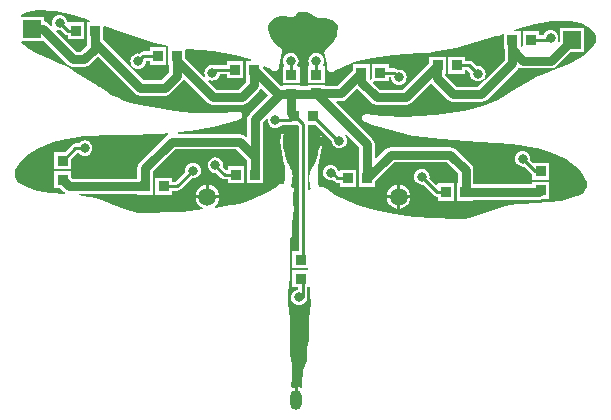
<source format=gbl>
G04 Layer_Physical_Order=2*
G04 Layer_Color=16711680*
%FSLAX25Y25*%
%MOIN*%
G70*
G01*
G75*
%ADD12R,0.03740X0.03543*%
%ADD13C,0.01000*%
%ADD14C,0.05906*%
%ADD15R,0.05906X0.05906*%
%ADD16O,0.03937X0.06693*%
%ADD17C,0.03150*%
%ADD18R,0.03543X0.03740*%
%ADD19C,0.03000*%
G36*
X-61079Y132077D02*
X-61071Y132076D01*
X-61064Y132072D01*
X-48507Y127757D01*
X-48440Y127748D01*
X-48379Y127720D01*
X-42580Y126383D01*
X-42535Y125902D01*
X-42535D01*
Y120161D01*
X-42313D01*
Y117394D01*
X-44855Y114852D01*
X-50814D01*
X-64068Y128105D01*
X-64256Y128528D01*
Y132779D01*
X-63847Y133067D01*
X-61079Y132077D01*
D02*
G37*
G36*
X-36184Y125404D02*
X-27757Y124613D01*
X-20512Y123405D01*
X-15435Y122042D01*
X-15045Y121862D01*
X-15152Y121374D01*
X-16846D01*
Y115634D01*
X-16624D01*
Y114245D01*
X-19068Y111801D01*
X-26503D01*
X-29391Y114689D01*
X-29108Y115113D01*
X-28625Y114913D01*
X-27953Y114824D01*
X-27281Y114913D01*
X-26654Y115172D01*
X-26116Y115585D01*
X-25704Y116123D01*
X-25444Y116749D01*
X-25414Y116974D01*
X-23146D01*
Y115634D01*
X-17602D01*
Y121374D01*
X-23146D01*
Y120033D01*
X-27067D01*
X-27465Y119954D01*
X-27953Y120018D01*
X-28625Y119930D01*
X-29251Y119670D01*
X-29789Y119258D01*
X-30202Y118720D01*
X-30461Y118093D01*
X-30550Y117421D01*
X-30461Y116749D01*
X-30261Y116266D01*
X-30685Y115983D01*
X-36992Y122290D01*
Y125100D01*
X-36625Y125439D01*
X-36184Y125404D01*
D02*
G37*
G36*
X-84039Y128134D02*
Y128134D01*
X-83689Y127821D01*
X-76015Y120146D01*
X-75188Y119594D01*
X-74213Y119400D01*
X-70571D01*
X-69595Y119594D01*
X-68769Y120146D01*
X-66043Y122872D01*
X-53672Y110501D01*
X-52846Y109948D01*
X-51870Y109754D01*
X-43799D01*
X-42824Y109948D01*
X-41997Y110501D01*
X-37961Y114536D01*
X-37639Y115020D01*
X-36995Y115083D01*
X-29362Y107450D01*
X-28534Y106897D01*
X-27559Y106703D01*
X-18012D01*
X-17036Y106897D01*
X-16209Y107450D01*
X-12272Y111387D01*
X-11871Y111988D01*
X-11272Y112097D01*
X-9215Y110039D01*
X-15484Y103771D01*
X-16036Y102944D01*
X-16230Y101969D01*
Y96177D01*
X-16692Y95986D01*
X-16997Y96291D01*
X-17824Y96843D01*
X-18799Y97037D01*
X-39434D01*
X-39456Y97537D01*
X-35399Y97891D01*
X-35328Y97912D01*
X-35254Y97912D01*
X-27784Y99442D01*
X-27750Y99456D01*
X-27713Y99458D01*
X-20456Y101381D01*
X-20433Y101392D01*
X-20409Y101395D01*
X-19220Y101759D01*
X-19183Y101779D01*
X-19142Y101786D01*
X-18868Y101890D01*
X-18805Y101929D01*
X-18733Y101950D01*
X-18666Y101985D01*
X-18568Y102063D01*
X-18458Y102120D01*
X-18430Y102142D01*
X-18348Y102239D01*
X-18277Y102296D01*
X-18276Y102298D01*
X-18257Y102313D01*
X-18225Y102368D01*
X-18205Y102386D01*
X-18183Y102430D01*
X-18120Y102502D01*
X-18114Y102512D01*
X-18112Y102518D01*
X-18108Y102523D01*
X-18073Y102634D01*
X-18009Y102745D01*
X-18002Y102800D01*
X-17986Y102833D01*
X-17982Y102902D01*
X-17954Y102983D01*
X-17963Y103112D01*
X-17946Y103239D01*
X-17947Y103248D01*
X-17958Y103288D01*
X-17955Y103330D01*
X-17982Y103408D01*
X-17987Y103481D01*
X-18039Y103588D01*
X-18078Y103728D01*
X-18103Y103762D01*
X-18117Y103802D01*
X-18180Y103872D01*
X-18207Y103927D01*
X-18284Y103995D01*
X-18286Y103998D01*
X-18294Y104012D01*
X-18302Y104018D01*
X-18383Y104122D01*
X-18419Y104143D01*
X-18447Y104175D01*
X-18462Y104187D01*
X-18552Y104231D01*
X-18581Y104256D01*
X-18627Y104271D01*
X-18687Y104318D01*
X-18760Y104338D01*
X-18815Y104370D01*
X-18842Y104373D01*
X-18903Y104403D01*
X-18927Y104410D01*
X-19049Y104418D01*
X-19167Y104451D01*
X-19261Y104458D01*
X-19373Y104444D01*
X-19484Y104455D01*
X-21513Y104248D01*
X-21566Y104232D01*
X-23820Y103984D01*
X-25420Y103914D01*
X-29659Y103887D01*
X-34364Y104071D01*
X-40283Y104739D01*
X-47863Y105860D01*
X-52168Y106674D01*
X-55129Y107426D01*
X-57316Y108172D01*
X-59174Y108966D01*
X-61518Y110180D01*
X-63412Y111274D01*
X-65369Y112565D01*
X-66264Y113165D01*
X-66829Y113560D01*
X-66896Y113589D01*
X-74186Y118152D01*
X-74755Y118555D01*
X-74819Y118584D01*
X-74873Y118629D01*
X-75319Y118877D01*
X-75340Y118884D01*
X-75358Y118898D01*
X-77491Y119989D01*
X-77538Y120003D01*
X-77578Y120030D01*
X-80037Y121063D01*
X-82102Y122020D01*
X-82114Y122028D01*
X-86180Y123798D01*
X-89070Y125508D01*
X-90782Y126797D01*
X-91707Y127634D01*
X-91515Y128134D01*
X-84039D01*
X-84039Y128134D01*
D02*
G37*
G36*
X-42526Y96767D02*
X-43239Y96291D01*
X-52196Y87334D01*
X-52749Y86507D01*
X-52943Y85532D01*
Y82496D01*
X-53165D01*
Y82175D01*
X-74535D01*
X-74886Y82526D01*
Y84563D01*
X-80626D01*
Y79020D01*
X-78589D01*
X-77393Y77824D01*
X-76976Y77545D01*
X-77144Y77056D01*
X-81559Y77373D01*
X-84058Y77647D01*
X-87248Y78397D01*
X-90457Y79719D01*
X-92243Y80810D01*
X-92935Y81446D01*
X-93323Y82063D01*
X-93709Y82960D01*
X-93835Y83782D01*
X-93818Y84200D01*
X-93576Y84969D01*
X-93097Y85868D01*
X-92386Y86981D01*
X-91556Y88070D01*
X-90561Y89156D01*
X-89627Y89947D01*
X-86491Y92106D01*
X-83428Y93459D01*
X-80867Y94377D01*
X-77912Y95158D01*
X-76783Y95384D01*
X-74283Y95762D01*
X-70875Y96191D01*
X-67577Y96477D01*
X-63627Y96656D01*
X-60731Y96684D01*
X-57498D01*
X-57291Y96725D01*
X-44936Y97061D01*
X-44898Y97070D01*
X-44859Y97065D01*
X-42697Y97254D01*
X-42526Y96767D01*
D02*
G37*
G36*
X-80034Y138060D02*
X-74348Y136767D01*
X-71129Y135766D01*
X-71114Y135747D01*
X-70918Y135640D01*
X-70726Y135526D01*
X-68585Y134760D01*
X-68670Y134268D01*
X-69799D01*
Y128528D01*
X-69577D01*
Y126548D01*
X-71627Y124498D01*
X-73157D01*
X-79949Y131290D01*
X-79666Y131714D01*
X-79515Y131652D01*
X-78842Y131563D01*
X-78461Y131613D01*
X-77164Y130316D01*
X-76668Y129985D01*
X-76098Y129871D01*
Y128528D01*
X-70555D01*
Y134268D01*
X-76098D01*
X-76314Y134679D01*
X-76334Y134832D01*
X-76593Y135459D01*
X-77006Y135996D01*
X-77544Y136409D01*
X-78170Y136669D01*
X-78842Y136757D01*
X-79515Y136669D01*
X-80141Y136409D01*
X-80679Y135996D01*
X-81091Y135459D01*
X-81351Y134832D01*
X-81439Y134160D01*
X-81351Y133488D01*
X-81288Y133336D01*
X-81712Y133053D01*
X-82548Y133889D01*
X-83375Y134442D01*
X-84039Y134574D01*
Y136039D01*
X-91713D01*
X-91829Y136539D01*
X-89778Y137541D01*
X-86345Y138307D01*
X-80034Y138060D01*
D02*
G37*
G36*
X2661Y137594D02*
X2686Y137598D01*
X2711Y137593D01*
X3876D01*
X4403Y137456D01*
X4980Y137168D01*
X5250Y136976D01*
X5513Y136719D01*
X5638Y136536D01*
X5945Y136336D01*
X6055Y136264D01*
X6055Y136264D01*
X6055Y136264D01*
X7027Y135874D01*
X7034Y135873D01*
X7041Y135869D01*
X7278Y135827D01*
X7516Y135782D01*
X7524Y135784D01*
X7531Y135783D01*
X9987Y135839D01*
X12632Y134803D01*
X13963Y133241D01*
X13655Y129795D01*
X11913Y127120D01*
X10730Y126007D01*
X10250Y125627D01*
X10216Y125586D01*
X10170Y125557D01*
X9847Y125254D01*
X9709Y125062D01*
X9568Y124872D01*
X9565Y124859D01*
X9557Y124849D01*
X9503Y124619D01*
X9445Y124390D01*
X9428Y124070D01*
X9464Y123827D01*
X9498Y123582D01*
X9709Y122982D01*
X10210Y120255D01*
X10247Y119585D01*
X10266Y119513D01*
X10264Y119439D01*
X10364Y118858D01*
X10438Y118665D01*
X10498Y118467D01*
X10527Y118434D01*
X10542Y118393D01*
X10684Y118243D01*
X10816Y118084D01*
X10971Y117958D01*
X11040Y117921D01*
X11096Y117868D01*
X11258Y117806D01*
X11411Y117725D01*
X11489Y117718D01*
X11561Y117690D01*
X11734Y117694D01*
X11907Y117678D01*
X11981Y117701D01*
X12059Y117703D01*
X12345Y117768D01*
X12498Y117836D01*
X12637Y117875D01*
X16428Y119792D01*
X20187Y121346D01*
X25313Y122509D01*
X32600Y123434D01*
X41059Y123895D01*
X41069Y123897D01*
X41078Y123896D01*
X45042Y124169D01*
X45116Y124189D01*
X45192Y124189D01*
X53327Y125733D01*
X53389Y125758D01*
X53456Y125765D01*
X66597Y129713D01*
X67256D01*
X67745Y129811D01*
X68159Y130087D01*
X68483Y130412D01*
X68872Y130535D01*
X69276Y130239D01*
Y125476D01*
X69498D01*
Y121627D01*
X62883Y115012D01*
X62507Y115342D01*
X62879Y115828D01*
X63139Y116454D01*
X63227Y117126D01*
X63139Y117798D01*
X62879Y118424D01*
X62466Y118962D01*
X61928Y119375D01*
X61302Y119634D01*
X60630Y119723D01*
X60246Y119673D01*
X58857Y121062D01*
X58361Y121393D01*
X57776Y121510D01*
X56315D01*
Y122850D01*
X50772D01*
Y117110D01*
X56315D01*
Y118451D01*
X57142D01*
X58083Y117510D01*
X58033Y117126D01*
X58121Y116454D01*
X58381Y115828D01*
X58794Y115290D01*
X59331Y114877D01*
X59958Y114618D01*
X60630Y114529D01*
X61302Y114618D01*
X61928Y114877D01*
X62414Y115249D01*
X62744Y114873D01*
X60657Y112785D01*
X53418D01*
X49596Y116607D01*
Y117110D01*
X50016D01*
Y122850D01*
X44472D01*
Y120814D01*
X35460Y111801D01*
X27926D01*
X25676Y114051D01*
X25883Y114551D01*
X30823D01*
Y115892D01*
X31662D01*
X31743Y115273D01*
X32003Y114646D01*
X32416Y114109D01*
X32954Y113696D01*
X33580Y113436D01*
X34252Y113348D01*
X34924Y113436D01*
X35550Y113696D01*
X36088Y114109D01*
X36501Y114646D01*
X36761Y115273D01*
X36849Y115945D01*
X36761Y116617D01*
X36501Y117243D01*
X36088Y117781D01*
X35550Y118194D01*
X34924Y118453D01*
X34252Y118542D01*
X33868Y118491D01*
X33857Y118503D01*
X33361Y118834D01*
X32776Y118951D01*
X30823D01*
Y120291D01*
X25280D01*
Y115365D01*
X24785Y115142D01*
X24524Y115345D01*
Y120291D01*
X18980D01*
Y118254D01*
X13806Y113081D01*
X9563D01*
Y113303D01*
X3823D01*
Y112982D01*
X1295D01*
Y113205D01*
X-4445D01*
Y112982D01*
X-4948D01*
X-11130Y119164D01*
X-11105Y119417D01*
X-10576Y119695D01*
X-8514Y118549D01*
X-8032Y118279D01*
X-7881Y118230D01*
X-7739Y118160D01*
X-7456Y118085D01*
X-7379Y118079D01*
X-7305Y118054D01*
X-7132Y118063D01*
X-6959Y118052D01*
X-6886Y118077D01*
X-6808Y118081D01*
X-6652Y118156D01*
X-6487Y118212D01*
X-6429Y118263D01*
X-6359Y118297D01*
X-6199Y118416D01*
X-6062Y118570D01*
X-5914Y118714D01*
X-5896Y118754D01*
X-5867Y118787D01*
X-5799Y118982D01*
X-5717Y119172D01*
X-5594Y119749D01*
X-5593Y119823D01*
X-5572Y119894D01*
X-5509Y120562D01*
X-4901Y123267D01*
X-4668Y123859D01*
X-4624Y124101D01*
X-4579Y124344D01*
X-4583Y124664D01*
X-4632Y124895D01*
X-4677Y125127D01*
X-4684Y125138D01*
X-4687Y125151D01*
X-4820Y125346D01*
X-4950Y125543D01*
X-5262Y125859D01*
X-5446Y125984D01*
X-5625Y126117D01*
X-5651Y126123D01*
X-5674Y126138D01*
X-5841Y126173D01*
X-7598Y128111D01*
X-8352Y129100D01*
X-9308Y131916D01*
X-9266Y133014D01*
X-8970Y133782D01*
X-8053Y134940D01*
X-6918Y135634D01*
X-5192Y136315D01*
X-3572Y136252D01*
X-2178Y135907D01*
X-2048Y135901D01*
X-1921Y135871D01*
X-1556Y135856D01*
X-1410Y135880D01*
X-1263Y135879D01*
X-1167Y135918D01*
X-1064Y135934D01*
X-938Y136012D01*
X-802Y136068D01*
X-728Y136141D01*
X-640Y136195D01*
X-553Y136314D01*
X-448Y136418D01*
X-168Y136834D01*
X100Y137076D01*
X377Y137258D01*
X966Y137523D01*
X1498Y137639D01*
X2661Y137594D01*
D02*
G37*
G36*
X95078Y133929D02*
X97376Y132693D01*
X98539Y131755D01*
X99572Y130466D01*
X99949Y129625D01*
X100048Y128764D01*
X99870Y127640D01*
X99435Y126680D01*
X97958Y125073D01*
X95662Y123154D01*
X93901Y121933D01*
X90946Y120337D01*
X86814Y118727D01*
X86814Y118727D01*
X86813Y118727D01*
X80882Y116413D01*
X80818Y116372D01*
X80745Y116350D01*
X76560Y114119D01*
X76533Y114097D01*
X76500Y114086D01*
X72048Y111399D01*
X72034Y111387D01*
X72018Y111380D01*
X71020Y110741D01*
X67246Y108507D01*
X62251Y106189D01*
X55927Y104572D01*
X46421Y103360D01*
X36122Y102715D01*
X29342Y102891D01*
X25549Y103330D01*
X23545Y103614D01*
X23434Y103607D01*
X23323Y103626D01*
X23228Y103622D01*
X23110Y103595D01*
X22987Y103591D01*
X22963Y103585D01*
X22900Y103557D01*
X22873Y103555D01*
X22817Y103526D01*
X22743Y103509D01*
X22682Y103464D01*
X22636Y103451D01*
X22606Y103426D01*
X22514Y103386D01*
X22498Y103375D01*
X22469Y103344D01*
X22431Y103325D01*
X22347Y103223D01*
X22339Y103218D01*
X22331Y103204D01*
X22328Y103202D01*
X22249Y103137D01*
X22219Y103083D01*
X22154Y103015D01*
X22139Y102975D01*
X22112Y102943D01*
X22068Y102804D01*
X22011Y102699D01*
X22003Y102626D01*
X21974Y102550D01*
X21975Y102508D01*
X21962Y102468D01*
X21961Y102459D01*
X21972Y102331D01*
X21959Y102204D01*
X21984Y102121D01*
X21985Y102052D01*
X22000Y102018D01*
X22005Y101963D01*
X22064Y101849D01*
X22095Y101738D01*
X22099Y101733D01*
X22101Y101726D01*
X22106Y101716D01*
X22166Y101642D01*
X22186Y101596D01*
X22206Y101578D01*
X22235Y101521D01*
X22254Y101506D01*
X22255Y101504D01*
X22323Y101445D01*
X22401Y101345D01*
X22428Y101321D01*
X22537Y101260D01*
X22631Y101178D01*
X22697Y101141D01*
X22768Y101117D01*
X22829Y101075D01*
X23099Y100961D01*
X23140Y100952D01*
X23176Y100931D01*
X24350Y100520D01*
X24374Y100517D01*
X24396Y100505D01*
X31573Y98300D01*
X31610Y98296D01*
X31643Y98281D01*
X39048Y96461D01*
X39122Y96457D01*
X39192Y96434D01*
X48613Y95239D01*
X48651Y95242D01*
X48689Y95232D01*
X61026Y94413D01*
X61066Y94403D01*
X67349Y94097D01*
X71289Y93764D01*
X74574Y93349D01*
X77963Y92787D01*
X80446Y92312D01*
X81566Y92042D01*
X84488Y91146D01*
X87011Y90128D01*
X90018Y88657D01*
X93068Y86377D01*
X93970Y85550D01*
X94922Y84426D01*
X95709Y83306D01*
X96376Y82166D01*
X96819Y81249D01*
X97031Y80470D01*
Y80052D01*
X96874Y79237D01*
X96453Y78355D01*
X96042Y77754D01*
X95325Y77145D01*
X93820Y76304D01*
X93720Y76312D01*
X93609Y76276D01*
X93492Y76264D01*
X88211Y74634D01*
X79812Y73951D01*
X75483Y73684D01*
X73234Y73554D01*
X73202Y73546D01*
X73170Y73549D01*
X71869Y73408D01*
X71818Y73392D01*
X71764Y73392D01*
X69647Y72984D01*
X69614Y72971D01*
X69579Y72969D01*
X67633Y72484D01*
X67572Y72455D01*
X67505Y72445D01*
X64542Y71367D01*
X64540Y71366D01*
X64538Y71365D01*
X61827Y70370D01*
X61826Y70369D01*
X61826Y70369D01*
X59801Y69624D01*
X58053Y69108D01*
X55653Y68632D01*
X53466Y68535D01*
X45826Y68870D01*
X39257Y69477D01*
X33099Y70315D01*
X26399Y71662D01*
X21465Y73037D01*
X17194Y74689D01*
X13111Y76770D01*
X10180Y78650D01*
X9608Y79173D01*
X9418Y79288D01*
X9235Y79410D01*
X9207Y79416D01*
X9182Y79431D01*
X8962Y79464D01*
X8747Y79507D01*
X7892D01*
X7529Y79823D01*
X7454Y80292D01*
X7271Y85200D01*
X7262Y85567D01*
X7259Y85695D01*
X7259Y85696D01*
X7357Y86184D01*
X8654Y92625D01*
X8674Y93253D01*
D01*
X8743Y95424D01*
X8758Y95907D01*
X8771Y96317D01*
X8019Y96470D01*
X8066Y96283D01*
X8066Y96282D01*
X8066Y96281D01*
X8070Y96268D01*
X8159Y95866D01*
X8242Y95392D01*
X8242D01*
X8278Y95163D01*
X8282Y94665D01*
Y94017D01*
X8279Y93958D01*
X8260Y93556D01*
X8260Y93554D01*
X8178Y93365D01*
X8178D01*
X8178Y93365D01*
Y93365D01*
X7989Y92932D01*
X7924Y92784D01*
X7729Y92355D01*
X7512Y92071D01*
X7365Y91840D01*
Y90633D01*
X7365D01*
X7365Y90627D01*
X7364Y90616D01*
X7363Y90605D01*
X7362Y90595D01*
X7361Y90589D01*
X7253Y89972D01*
X7253D01*
X7253Y89971D01*
X7253Y89968D01*
X7252Y89966D01*
X7251Y89963D01*
X7251Y89962D01*
X7140Y89455D01*
X7140D01*
X7139Y89451D01*
X7137Y89441D01*
X7134Y89432D01*
X7131Y89423D01*
X6604Y88058D01*
X6601Y88050D01*
X6598Y88043D01*
X6594Y88035D01*
X5862Y86693D01*
X5474Y85902D01*
X5257Y85460D01*
X5257D01*
X5257Y85460D01*
X5256Y85460D01*
X5256Y85460D01*
X5256Y85459D01*
X5115Y85202D01*
X5038Y85062D01*
X5019Y85021D01*
X4749Y84438D01*
X4553Y83697D01*
X4414Y82915D01*
Y81819D01*
X4536Y80846D01*
X4778Y79608D01*
X5016Y78773D01*
X4397Y78298D01*
X3901Y78524D01*
X3897Y78529D01*
Y100083D01*
X6416D01*
X11897Y94602D01*
X11961Y94116D01*
X12220Y93490D01*
X12633Y92952D01*
X13171Y92539D01*
X13797Y92280D01*
X14469Y92191D01*
X15141Y92280D01*
X15768Y92539D01*
X16306Y92952D01*
X16718Y93490D01*
X16978Y94116D01*
X17066Y94788D01*
X16978Y95460D01*
X16718Y96087D01*
X16364Y96549D01*
X16740Y96879D01*
X21073Y92546D01*
Y85154D01*
X20850D01*
Y79413D01*
X26394D01*
Y81450D01*
X32552Y87608D01*
X50421D01*
X53947Y84082D01*
Y80528D01*
X53528D01*
Y74787D01*
X59071D01*
Y75108D01*
X80905D01*
X81881Y75302D01*
X82141Y75476D01*
X84366D01*
Y81020D01*
X78626D01*
Y80207D01*
X59071D01*
Y80528D01*
X59045D01*
Y85138D01*
X58851Y86113D01*
X58298Y86940D01*
X53279Y91960D01*
X52452Y92512D01*
X51476Y92707D01*
X31496D01*
X30521Y92512D01*
X29694Y91960D01*
X26633Y88899D01*
X26171Y89091D01*
Y93602D01*
X25977Y94578D01*
X25424Y95405D01*
X13309Y107521D01*
X13500Y107983D01*
X14862D01*
X15838Y108177D01*
X16665Y108729D01*
X20226Y112291D01*
X25068Y107450D01*
X25895Y106897D01*
X26870Y106703D01*
X36516D01*
X37491Y106897D01*
X38318Y107450D01*
X44715Y113846D01*
X45212Y113797D01*
X45245Y113749D01*
X50560Y108434D01*
X51387Y107881D01*
X52362Y107687D01*
X61713D01*
X62688Y107881D01*
X63515Y108434D01*
X73850Y118769D01*
X74301Y119443D01*
X74812Y119102D01*
X75787Y118908D01*
X84941D01*
X85916Y119102D01*
X86743Y119654D01*
X91581Y124492D01*
X95882D01*
Y132398D01*
X87976D01*
Y128097D01*
X87575Y127695D01*
X87151Y127979D01*
X87351Y128462D01*
X87440Y129134D01*
X87351Y129806D01*
X87092Y130432D01*
X86679Y130970D01*
X86141Y131383D01*
X85515Y131642D01*
X84842Y131731D01*
X84170Y131642D01*
X83544Y131383D01*
X83006Y130970D01*
X82593Y130432D01*
X82363Y129876D01*
X81118D01*
Y131217D01*
X75575D01*
Y126191D01*
X75080Y125969D01*
X74819Y126172D01*
Y131217D01*
X72668D01*
X72592Y131711D01*
X75905Y132758D01*
X79629Y133758D01*
X85361Y134828D01*
X91678D01*
X95078Y133929D01*
D02*
G37*
G36*
X-9445Y101893D02*
X-9487Y101575D01*
X-9398Y100903D01*
X-9139Y100276D01*
X-8726Y99738D01*
X-8188Y99326D01*
X-7562Y99066D01*
X-6890Y98978D01*
X-6218Y99066D01*
X-5591Y99326D01*
X-5053Y99738D01*
X-4818Y100045D01*
X-1969D01*
X-1781Y100083D01*
X466D01*
X838Y99711D01*
Y57890D01*
X-1197D01*
Y52346D01*
X3967D01*
X4067Y52008D01*
X3728Y51591D01*
X-1197D01*
Y46047D01*
X673D01*
Y45076D01*
X312Y45028D01*
X-314Y44769D01*
X-852Y44356D01*
X-1265Y43818D01*
X-1524Y43192D01*
X-1613Y42520D01*
X-1524Y41848D01*
X-1265Y41221D01*
X-852Y40683D01*
X-314Y40271D01*
X312Y40011D01*
X984Y39923D01*
X1656Y40011D01*
X2283Y40271D01*
X2821Y40683D01*
X3233Y41221D01*
X3493Y41848D01*
X3530Y42133D01*
X3616Y42261D01*
X3732Y42846D01*
Y46047D01*
X4543D01*
X4694Y45610D01*
X4813Y44182D01*
X4813Y42150D01*
X4817Y42128D01*
X4817Y40269D01*
X4652Y38278D01*
X4323Y35085D01*
X4327Y35045D01*
X4318Y35004D01*
X4202Y32059D01*
X4211Y32004D01*
X4203Y31949D01*
X4340Y29039D01*
X4285Y28562D01*
Y28562D01*
X4187Y28103D01*
X3989Y27176D01*
X3730Y25223D01*
X3699Y21214D01*
X2300Y18380D01*
X2292Y18348D01*
X2273Y18322D01*
X2228Y18109D01*
X2171Y17899D01*
X2175Y17866D01*
X2169Y17835D01*
X2115Y14413D01*
X2118Y14397D01*
X2115Y14380D01*
X2134Y12490D01*
X1687Y12267D01*
X1595Y12337D01*
X873Y12636D01*
X598Y12672D01*
Y8366D01*
X-402D01*
Y12672D01*
X-677Y12636D01*
X-1181Y12427D01*
X-1661Y12728D01*
X-1413Y16135D01*
X-1416Y16156D01*
X-1411Y16177D01*
X-1242Y20494D01*
X-1243Y20501D01*
X-1242Y20507D01*
X-1281Y20740D01*
X-1320Y20986D01*
X-1324Y20991D01*
X-1325Y20998D01*
X-1518Y21506D01*
X-1593Y21810D01*
X-1624Y21877D01*
X-1636Y21949D01*
X-1781Y22342D01*
X-1925Y23183D01*
X-2070Y24104D01*
X-2122Y25442D01*
X-2091Y28771D01*
X-1935Y32093D01*
X-1943Y32148D01*
X-1934Y32203D01*
X-2049Y35149D01*
X-2059Y35189D01*
X-2055Y35230D01*
X-2384Y38423D01*
X-2549Y40413D01*
X-2549Y42445D01*
X-2549Y44477D01*
X-2384Y46467D01*
X-2055Y49661D01*
X-2059Y49701D01*
X-2049Y49741D01*
X-1934Y52687D01*
X-1943Y52742D01*
X-1935Y52797D01*
X-2091Y56119D01*
X-2122Y59448D01*
X-2070Y60786D01*
X-1925Y61707D01*
X-1781Y62548D01*
X-1681Y62819D01*
X-1482Y63035D01*
X-1310Y63502D01*
X-1330Y64000D01*
X-1392Y64257D01*
X-1365Y64944D01*
X-1369Y64969D01*
X-1364Y64994D01*
Y66193D01*
X-1353Y66250D01*
X-1299Y66429D01*
X-919Y70258D01*
X-630Y71393D01*
X-628Y71424D01*
X-616Y71452D01*
X-615Y71671D01*
X-603Y71890D01*
X-614Y71919D01*
X-613Y71950D01*
X-981Y73853D01*
X-1051Y74025D01*
X-1082Y74201D01*
X-1135Y75565D01*
X-1014Y76472D01*
X-877Y77084D01*
X-655Y77897D01*
X-643Y78067D01*
X-610Y78234D01*
X-625Y78313D01*
X-620Y78394D01*
X-673Y78555D01*
X-707Y78722D01*
X-752Y78789D01*
X-777Y78866D01*
X-889Y78995D01*
X-984Y79136D01*
X-973Y79147D01*
X-1683Y79692D01*
X-1669Y79734D01*
X-1379Y80961D01*
X-1218Y81929D01*
X-1175Y83024D01*
X-1284Y83811D01*
X-1451Y84559D01*
X-1715Y85194D01*
X-1917Y85598D01*
X-1918Y85600D01*
X-1920Y85603D01*
X-1921Y85606D01*
X-1922Y85609D01*
X-2475Y86855D01*
X-2954Y87822D01*
X-3158Y88238D01*
X-3304Y88659D01*
X-3485Y89191D01*
X-3635Y89629D01*
X-3715Y90065D01*
X-3736Y90182D01*
X-3798Y90637D01*
X-3821Y90808D01*
X-3804Y90908D01*
X-3795Y90957D01*
X-3865Y91290D01*
X-4197Y92879D01*
X-4197Y92879D01*
X-4239Y93362D01*
X-4443Y95854D01*
X-4443Y95854D01*
X-4358Y96318D01*
X-4307Y96511D01*
X-4307Y96511D01*
X-4305Y96516D01*
X-4303Y96524D01*
X-4303Y96525D01*
X-4117Y97167D01*
X-5023Y96902D01*
X-5164Y96100D01*
X-5214Y94822D01*
X-5111Y92860D01*
X-4667Y90308D01*
X-4429Y89212D01*
X-4323Y88722D01*
X-4235Y88241D01*
X-3812Y85929D01*
X-3807Y85899D01*
X-3729Y85455D01*
X-3729Y85455D01*
X-3717Y84978D01*
X-3658Y82809D01*
X-3658Y82806D01*
X-3658Y82803D01*
Y82798D01*
X-3659Y82789D01*
X-3659Y82780D01*
X-3660Y82772D01*
X-3661Y82767D01*
X-3842Y81409D01*
X-3843Y81402D01*
X-3846Y81388D01*
X-3849Y81374D01*
X-3853Y81361D01*
X-3856Y81354D01*
X-4169Y80492D01*
X-4244Y80502D01*
Y80487D01*
X-5099D01*
X-5152Y80477D01*
X-5205Y80483D01*
X-5395Y80428D01*
X-5587Y80390D01*
X-5632Y80360D01*
X-5684Y80345D01*
X-5838Y80222D01*
X-6001Y80113D01*
X-6031Y80068D01*
X-6074Y80035D01*
X-6594Y79419D01*
X-7104Y78988D01*
X-10106Y77223D01*
X-14267Y75304D01*
X-18600Y73820D01*
X-21193Y73205D01*
X-21215Y73213D01*
X-21404Y73206D01*
X-21592Y73217D01*
X-26897Y72488D01*
X-27097Y72966D01*
X-26708Y73264D01*
X-26075Y74089D01*
X-25677Y75051D01*
X-25607Y75583D01*
X-33449D01*
X-33379Y75051D01*
X-32980Y74089D01*
X-32347Y73264D01*
X-31521Y72630D01*
X-31027Y72426D01*
X-31093Y71912D01*
X-38083Y70951D01*
X-52536Y70847D01*
X-58195Y72408D01*
X-58196Y72411D01*
X-58231Y72425D01*
X-58700Y72598D01*
X-59042Y72734D01*
X-61705Y73832D01*
X-61707Y73832D01*
X-61709Y73834D01*
X-64628Y75027D01*
X-64694Y75040D01*
X-64754Y75071D01*
X-66680Y75632D01*
X-66715Y75635D01*
X-66747Y75649D01*
X-68847Y76140D01*
X-68900Y76142D01*
X-68951Y76159D01*
X-70900Y76448D01*
X-70932Y76446D01*
X-70964Y76456D01*
X-72216Y76577D01*
X-72192Y77077D01*
X-53165D01*
Y76756D01*
X-47622D01*
Y82496D01*
X-47845D01*
Y84476D01*
X-40381Y91939D01*
X-19855D01*
X-16230Y88314D01*
Y86335D01*
X-16453D01*
Y80594D01*
X-10909D01*
Y86335D01*
X-11132D01*
Y89370D01*
Y100913D01*
X-9918Y102126D01*
X-9445Y101893D01*
D02*
G37*
%LPC*%
G36*
X-43291Y125902D02*
X-48835D01*
Y124561D01*
X-50886D01*
X-51471Y124444D01*
X-51967Y124113D01*
X-52274Y123806D01*
X-52658Y123857D01*
X-53330Y123768D01*
X-53956Y123509D01*
X-54494Y123096D01*
X-54907Y122558D01*
X-55166Y121932D01*
X-55255Y121260D01*
X-55166Y120588D01*
X-54907Y119961D01*
X-54494Y119423D01*
X-53956Y119011D01*
X-53330Y118751D01*
X-52658Y118663D01*
X-51985Y118751D01*
X-51359Y119011D01*
X-50821Y119423D01*
X-50408Y119961D01*
X-50149Y120588D01*
X-50060Y121260D01*
X-49848Y121502D01*
X-48835D01*
Y120161D01*
X-43291D01*
Y125902D01*
D02*
G37*
G36*
X-70472Y94920D02*
X-71145Y94831D01*
X-71771Y94572D01*
X-72309Y94159D01*
X-72544Y93852D01*
X-73524D01*
X-74109Y93736D01*
X-74605Y93404D01*
X-77147Y90862D01*
X-80626D01*
Y85319D01*
X-74886D01*
Y88798D01*
X-72995Y90689D01*
X-72444Y90663D01*
X-72309Y90487D01*
X-71771Y90074D01*
X-71145Y89814D01*
X-70472Y89726D01*
X-69800Y89814D01*
X-69174Y90074D01*
X-68636Y90487D01*
X-68223Y91024D01*
X-67964Y91651D01*
X-67875Y92323D01*
X-67964Y92995D01*
X-68223Y93621D01*
X-68636Y94159D01*
X-69174Y94572D01*
X-69800Y94831D01*
X-70472Y94920D01*
D02*
G37*
G36*
X-1772Y124054D02*
X-2444Y123965D01*
X-3070Y123706D01*
X-3608Y123293D01*
X-4021Y122755D01*
X-4280Y122129D01*
X-4369Y121457D01*
X-4280Y120784D01*
X-4021Y120158D01*
X-3902Y120004D01*
X-4149Y119504D01*
X-4445D01*
Y113961D01*
X1295D01*
Y119504D01*
X606D01*
X359Y120004D01*
X477Y120158D01*
X737Y120784D01*
X825Y121457D01*
X737Y122129D01*
X477Y122755D01*
X65Y123293D01*
X-473Y123706D01*
X-1099Y123965D01*
X-1772Y124054D01*
D02*
G37*
G36*
X6693Y123955D02*
X6021Y123867D01*
X5394Y123607D01*
X4857Y123195D01*
X4444Y122657D01*
X4184Y122030D01*
X4096Y121358D01*
X4184Y120686D01*
X4426Y120102D01*
X4296Y119737D01*
X4230Y119602D01*
X3823D01*
Y114059D01*
X9563D01*
Y119602D01*
X9156D01*
X9090Y119737D01*
X8960Y120102D01*
X9201Y120686D01*
X9290Y121358D01*
X9201Y122030D01*
X8942Y122657D01*
X8529Y123195D01*
X7991Y123607D01*
X7365Y123867D01*
X6693Y123955D01*
D02*
G37*
G36*
X34653Y80004D02*
Y76583D01*
X38075D01*
X38005Y77115D01*
X37606Y78076D01*
X36973Y78902D01*
X36147Y79535D01*
X35185Y79934D01*
X34653Y80004D01*
D02*
G37*
G36*
X33654D02*
X33122Y79934D01*
X32160Y79535D01*
X31334Y78902D01*
X30701Y78076D01*
X30303Y77115D01*
X30233Y76583D01*
X33654D01*
Y80004D01*
D02*
G37*
G36*
Y75583D02*
X30233D01*
X30303Y75051D01*
X30701Y74089D01*
X31334Y73264D01*
X32160Y72630D01*
X33122Y72232D01*
X33654Y72162D01*
Y75583D01*
D02*
G37*
G36*
X38075D02*
X34653D01*
Y72162D01*
X35185Y72232D01*
X36147Y72630D01*
X36973Y73264D01*
X37606Y74089D01*
X38005Y75051D01*
X38075Y75583D01*
D02*
G37*
G36*
X41929Y85373D02*
X41257Y85284D01*
X40631Y85025D01*
X40093Y84612D01*
X39680Y84074D01*
X39421Y83448D01*
X39332Y82776D01*
X39421Y82103D01*
X39680Y81477D01*
X40093Y80939D01*
X40631Y80527D01*
X41257Y80267D01*
X41929Y80179D01*
X42313Y80229D01*
X45966Y76576D01*
X46462Y76244D01*
X47047Y76128D01*
X47228D01*
Y74787D01*
X52772D01*
Y80528D01*
X47228D01*
Y80292D01*
X46766Y80101D01*
X44476Y82392D01*
X44526Y82776D01*
X44438Y83448D01*
X44178Y84074D01*
X43766Y84612D01*
X43228Y85025D01*
X42601Y85284D01*
X41929Y85373D01*
D02*
G37*
G36*
X11516Y86755D02*
X10844Y86666D01*
X10218Y86407D01*
X9680Y85994D01*
X9267Y85456D01*
X9008Y84830D01*
X8919Y84158D01*
X9008Y83486D01*
X9267Y82859D01*
X9680Y82321D01*
X10218Y81909D01*
X10844Y81649D01*
X11516Y81561D01*
X12189Y81649D01*
X12255Y81677D01*
X12730Y81202D01*
X13226Y80870D01*
X13811Y80754D01*
X14551D01*
Y79413D01*
X20095D01*
Y85154D01*
X14551D01*
Y84663D01*
X14051Y84630D01*
X14025Y84830D01*
X13765Y85456D01*
X13353Y85994D01*
X12815Y86407D01*
X12189Y86666D01*
X11516Y86755D01*
D02*
G37*
G36*
X75492Y91377D02*
X74820Y91288D01*
X74194Y91029D01*
X73656Y90616D01*
X73243Y90078D01*
X72984Y89452D01*
X72895Y88779D01*
X72984Y88107D01*
X73243Y87481D01*
X73656Y86943D01*
X74194Y86530D01*
X74820Y86271D01*
X75492Y86182D01*
X75876Y86233D01*
X78626Y83483D01*
Y81776D01*
X84366D01*
Y87319D01*
X79116D01*
X78039Y88396D01*
X78089Y88779D01*
X78001Y89452D01*
X77741Y90078D01*
X77328Y90616D01*
X76791Y91029D01*
X76164Y91288D01*
X75492Y91377D01*
D02*
G37*
G36*
X-29028Y80004D02*
Y76583D01*
X-25607D01*
X-25677Y77115D01*
X-26075Y78076D01*
X-26708Y78902D01*
X-27534Y79535D01*
X-28496Y79934D01*
X-29028Y80004D01*
D02*
G37*
G36*
X-30028D02*
X-30559Y79934D01*
X-31521Y79535D01*
X-32347Y78902D01*
X-32980Y78076D01*
X-33379Y77115D01*
X-33449Y76583D01*
X-30028D01*
Y80004D01*
D02*
G37*
G36*
X-26870Y89211D02*
X-27542Y89123D01*
X-28169Y88863D01*
X-28706Y88450D01*
X-29119Y87913D01*
X-29379Y87286D01*
X-29467Y86614D01*
X-29379Y85942D01*
X-29119Y85316D01*
X-28706Y84778D01*
X-28169Y84365D01*
X-27542Y84106D01*
X-26870Y84017D01*
X-26573Y84056D01*
X-24900Y82383D01*
X-24404Y82052D01*
X-23819Y81935D01*
X-22752D01*
Y80594D01*
X-17209D01*
Y86335D01*
X-22752D01*
Y85155D01*
X-23252Y85061D01*
X-24335Y86144D01*
X-24273Y86614D01*
X-24362Y87286D01*
X-24621Y87913D01*
X-25034Y88450D01*
X-25572Y88863D01*
X-26198Y89123D01*
X-26870Y89211D01*
D02*
G37*
G36*
X-34350Y87440D02*
X-35023Y87351D01*
X-35649Y87092D01*
X-36187Y86679D01*
X-36599Y86141D01*
X-36859Y85515D01*
X-36947Y84842D01*
X-36897Y84459D01*
X-40200Y81155D01*
X-41323D01*
Y82496D01*
X-46866D01*
Y76756D01*
X-41323D01*
Y78097D01*
X-39567D01*
X-38982Y78213D01*
X-38486Y78544D01*
X-34734Y82296D01*
X-34350Y82245D01*
X-33678Y82334D01*
X-33052Y82593D01*
X-32514Y83006D01*
X-32101Y83544D01*
X-31842Y84170D01*
X-31753Y84842D01*
X-31842Y85515D01*
X-32101Y86141D01*
X-32514Y86679D01*
X-33052Y87092D01*
X-33678Y87351D01*
X-34350Y87440D01*
D02*
G37*
%LPD*%
D12*
X-77756Y88090D02*
D03*
Y81791D02*
D03*
X81496Y84547D02*
D03*
Y78248D02*
D03*
X6693Y116831D02*
D03*
Y110531D02*
D03*
X-1575Y116732D02*
D03*
Y110433D02*
D03*
X1673Y48819D02*
D03*
Y55118D02*
D03*
D13*
X2368Y56206D02*
Y100344D01*
X-241Y102953D02*
X2368Y100344D01*
X-1969Y101575D02*
X-591Y102953D01*
X-6890Y101575D02*
X-1969D01*
X-76083Y131398D02*
X-73327D01*
X-78842Y134157D02*
X-76083Y131398D01*
X-78842Y134157D02*
Y134160D01*
X-52658Y121260D02*
X-50886Y123031D01*
X-46063D01*
X-27067Y118504D02*
X-20374D01*
X-27953Y117618D02*
X-27067Y118504D01*
X-27953Y117421D02*
Y117618D01*
X-1575Y116732D02*
Y121260D01*
X-1772Y121457D02*
X-1575Y121260D01*
X6693Y116831D02*
Y121358D01*
X6693Y121358D01*
X32776Y117421D02*
X34252Y115945D01*
X28051Y117421D02*
X32776D01*
X57776Y119980D02*
X60630Y117126D01*
X53543Y119980D02*
X57776D01*
X84842Y128445D02*
Y129134D01*
X-73524Y92323D02*
X-70472D01*
X-77756Y88090D02*
X-73524Y92323D01*
X-39567Y79626D02*
X-34350Y84842D01*
X-44094Y79626D02*
X-39567D01*
X-23819Y83465D02*
X-19980D01*
X-26870Y86516D02*
X-23819Y83465D01*
X-26870Y86516D02*
Y86614D01*
X11516Y84158D02*
Y84579D01*
X41929Y82776D02*
X47047Y77658D01*
X50000D01*
X75492Y88779D02*
X79724Y84547D01*
X81496D01*
X5709Y102953D02*
X13873Y94788D01*
X14469D01*
X13811Y82284D02*
X17323D01*
X84842Y128445D02*
X84941Y128347D01*
X-591Y102953D02*
X-241D01*
X1954Y42627D02*
X1969Y42612D01*
X1954Y42627D02*
X1983D01*
X2203Y42846D02*
Y47798D01*
X1801Y42809D02*
X1983Y42627D01*
X1801Y42809D02*
X2166D01*
X1983Y42627D02*
X2166Y42809D01*
X2203Y42846D01*
X1969Y42612D02*
X1983Y42627D01*
X1512Y42520D02*
X1801Y42809D01*
X984Y42520D02*
X1512D01*
X1847D02*
X1954Y42627D01*
X1512Y42520D02*
X1847D01*
X11516Y84579D02*
X13811Y82284D01*
X78347Y128347D02*
X84941D01*
X1280Y48720D02*
X2203Y47798D01*
X787Y54626D02*
X2368Y56206D01*
D14*
X34154Y76083D02*
D03*
X-29528D02*
D03*
D15*
X-87992Y132087D02*
D03*
X91929Y128445D02*
D03*
D16*
X98Y8366D02*
D03*
D17*
X-6890Y101575D02*
D03*
X-78842Y134160D02*
D03*
X-52658Y121260D02*
D03*
X-27953Y117421D02*
D03*
X-1772Y121457D02*
D03*
X6693Y121358D02*
D03*
X34252Y115945D02*
D03*
X60630Y117126D02*
D03*
X84842Y129134D02*
D03*
X-70472Y92323D02*
D03*
X-34350Y84842D02*
D03*
X-26870Y86614D02*
D03*
X11516Y84158D02*
D03*
X41929Y82776D02*
D03*
X75492Y88779D02*
D03*
X14469Y94788D02*
D03*
X984Y42520D02*
D03*
D18*
X-44094Y79626D02*
D03*
X-50394D02*
D03*
X-19980Y83465D02*
D03*
X-13681D02*
D03*
X17323Y82284D02*
D03*
X23622D02*
D03*
X50000Y77658D02*
D03*
X56299D02*
D03*
X-73327Y131398D02*
D03*
X-67028D02*
D03*
X-46063Y123031D02*
D03*
X-39764D02*
D03*
X-20374Y118504D02*
D03*
X-14075D02*
D03*
X5709Y102953D02*
D03*
X-591D02*
D03*
X28051Y117421D02*
D03*
X21752D02*
D03*
X53543Y119980D02*
D03*
X47244D02*
D03*
X78347Y128347D02*
D03*
X72047D02*
D03*
D19*
X31496Y90158D02*
X51476D01*
X23622Y82284D02*
X31496Y90158D01*
X-74213Y121949D02*
X-70571D01*
X-67028Y125492D01*
Y127461D02*
X-51870Y112303D01*
X-43799D01*
X-39764Y116339D01*
X-67028Y127461D02*
Y131398D01*
Y125492D02*
Y127461D01*
X-39764Y121457D02*
X-27559Y109252D01*
X-18012D01*
X-14075Y113189D01*
Y118504D01*
X-39764Y116339D02*
Y121457D01*
Y123031D01*
X-14075Y118504D02*
X-6004Y110433D01*
X-1575D02*
X6594D01*
X6693Y110531D01*
X47047Y119783D02*
X47244Y119980D01*
X26870Y109252D02*
X36516D01*
X21752Y114370D02*
X26870Y109252D01*
X21752Y114370D02*
Y117421D01*
X36516Y109252D02*
X47047Y119783D01*
X14862Y110531D02*
X21752Y117421D01*
X6693Y110531D02*
X14862D01*
X52362Y110236D02*
X61713D01*
X47047Y115551D02*
X52362Y110236D01*
X47047Y115551D02*
Y119783D01*
X61713Y110236D02*
X72047Y120571D01*
Y125197D02*
X75787Y121457D01*
X72047Y120571D02*
Y125197D01*
Y128347D01*
X-18799Y94488D02*
X-13681Y89370D01*
X-41437Y94488D02*
X-18799D01*
X-50394Y85532D02*
X-41437Y94488D01*
X-50394Y79626D02*
Y85532D01*
X-13681Y83465D02*
Y89370D01*
X-75591Y79626D02*
X-50394D01*
X-77756Y81791D02*
X-75591Y79626D01*
X51476Y90158D02*
X56496Y85138D01*
Y77854D02*
Y85138D01*
X56299Y77658D02*
X56496Y77854D01*
X56299Y77658D02*
X80905D01*
X81496Y78248D01*
X-1575Y103937D02*
Y110433D01*
Y103937D02*
X-591Y102953D01*
X-87992Y132087D02*
X-84350D01*
X-74213Y121949D01*
X75787Y121457D02*
X84941D01*
X91929Y128445D01*
X-13681Y89370D02*
Y101969D01*
X-5217Y110433D02*
X-1575D01*
X-6004D02*
X-5217D01*
X6693Y110531D02*
X23622Y93602D01*
Y82284D02*
Y93602D01*
X-13681Y101969D02*
X-5217Y110433D01*
M02*

</source>
